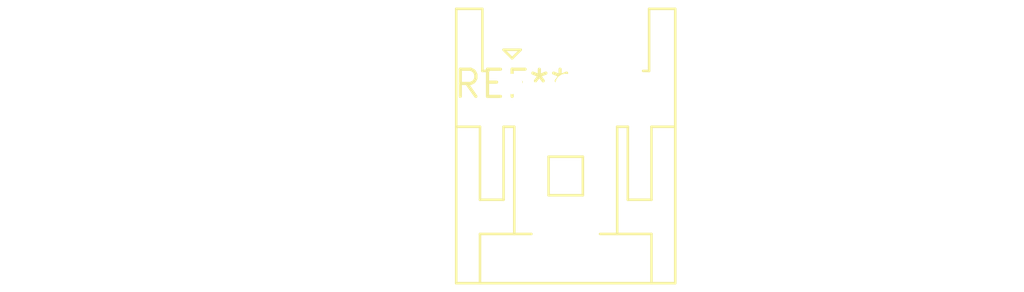
<source format=kicad_pcb>
(kicad_pcb (version 20240108) (generator pcbnew)
  (layers (0 "F.Cu" signal) (31 "B.Cu" signal) (34 "B.Paste" user) (35 "F.Paste" user) (36 "B.SilkS" user "B.Silkscreen") (37 "F.SilkS" user "F.Silkscreen") (38 "B.Mask" user) (39 "F.Mask" user) (44 "Edge.Cuts" user))
  (net 0 "")
  (footprint "JST_XA_S03B-XASK-1_1x03_P2.50mm_Horizontal" (layer "F.Cu") (at 0 0)
    (property "Reference" "REF**")
    (property "Value" "JST_XA_S03B-XASK-1_1x03_P2.50mm_Horizontal")
    (fp_line (start -2.61 -3.51) (end -2.61 9.31) (layer "F.SilkS") (stroke (width 0.12)))
    (fp_line (start -2.61 9.31) (end 7.61 9.31) (layer "F.SilkS") (stroke (width 0.12)))
    (fp_line (start -1.5 2) (end -2.61 2) (layer "F.SilkS") (stroke (width 0.12)))
    (fp_line (start -1.5 5.41) (end -1.5 2) (layer "F.SilkS") (stroke (width 0.12)))
    (fp_line (start -1.5 7.01) (end 0.9 7.01) (layer "F.SilkS") (stroke (width 0.12)))
    (fp_line (start -1.5 9.31) (end -1.5 7.01) (layer "F.SilkS") (stroke (width 0.12)))
    (fp_line (start -1.39 -3.51) (end -2.61 -3.51) (layer "F.SilkS") (stroke (width 0.12)))
    (fp_line (start -1.39 -0.61) (end -1.39 -3.51) (layer "F.SilkS") (stroke (width 0.12)))
    (fp_line (start -1.11 -0.61) (end -1.39 -0.61) (layer "F.SilkS") (stroke (width 0.12)))
    (fp_line (start -0.4 -1.6) (end 0.4 -1.6) (layer "F.SilkS") (stroke (width 0.12)))
    (fp_line (start -0.4 2) (end -0.4 5.41) (layer "F.SilkS") (stroke (width 0.12)))
    (fp_line (start -0.4 5.41) (end -1.5 5.41) (layer "F.SilkS") (stroke (width 0.12)))
    (fp_line (start 0 -1.2) (end -0.4 -1.6) (layer "F.SilkS") (stroke (width 0.12)))
    (fp_line (start 0.1 2) (end -0.4 2) (layer "F.SilkS") (stroke (width 0.12)))
    (fp_line (start 0.1 7.01) (end 0.1 2) (layer "F.SilkS") (stroke (width 0.12)))
    (fp_line (start 0.4 -1.6) (end 0 -1.2) (layer "F.SilkS") (stroke (width 0.12)))
    (fp_line (start 1.7 3.4) (end 3.3 3.4) (layer "F.SilkS") (stroke (width 0.12)))
    (fp_line (start 1.7 5.2) (end 1.7 3.4) (layer "F.SilkS") (stroke (width 0.12)))
    (fp_line (start 3.3 3.4) (end 3.3 5.2) (layer "F.SilkS") (stroke (width 0.12)))
    (fp_line (start 3.3 5.2) (end 1.7 5.2) (layer "F.SilkS") (stroke (width 0.12)))
    (fp_line (start 4.1 7.01) (end 6.5 7.01) (layer "F.SilkS") (stroke (width 0.12)))
    (fp_line (start 4.9 2) (end 5.4 2) (layer "F.SilkS") (stroke (width 0.12)))
    (fp_line (start 4.9 7.01) (end 4.9 2) (layer "F.SilkS") (stroke (width 0.12)))
    (fp_line (start 5.4 2) (end 5.4 5.41) (layer "F.SilkS") (stroke (width 0.12)))
    (fp_line (start 5.4 5.41) (end 6.5 5.41) (layer "F.SilkS") (stroke (width 0.12)))
    (fp_line (start 6.39 -3.51) (end 6.39 -0.61) (layer "F.SilkS") (stroke (width 0.12)))
    (fp_line (start 6.39 -0.61) (end 6.11 -0.61) (layer "F.SilkS") (stroke (width 0.12)))
    (fp_line (start 6.5 2) (end 7.61 2) (layer "F.SilkS") (stroke (width 0.12)))
    (fp_line (start 6.5 5.41) (end 6.5 2) (layer "F.SilkS") (stroke (width 0.12)))
    (fp_line (start 6.5 7.01) (end 6.5 9.31) (layer "F.SilkS") (stroke (width 0.12)))
    (fp_line (start 7.61 -3.51) (end 6.39 -3.51) (layer "F.SilkS") (stroke (width 0.12)))
    (fp_line (start 7.61 9.31) (end 7.61 -3.51) (layer "F.SilkS") (stroke (width 0.12)))
    (pad "" np_thru_hole oval (at 2.5 6.5) (size 2.8 2) (drill oval 2.8 2) (layers *.Cu *.Mask))
    (pad "1" thru_hole roundrect (at 0 0) (size 1.7 1.95) (drill 0.95) (layers *.Cu *.Mask) (remove_unused_layers) (roundrect_rratio 0.147059))
    (pad "2" thru_hole oval (at 2.5 0) (size 1.7 1.95) (drill 0.95) (layers *.Cu *.Mask) (remove_unused_layers))
    (pad "3" thru_hole oval (at 5 0) (size 1.7 1.95) (drill 0.95) (layers *.Cu *.Mask) (remove_unused_layers))
  )
)
</source>
